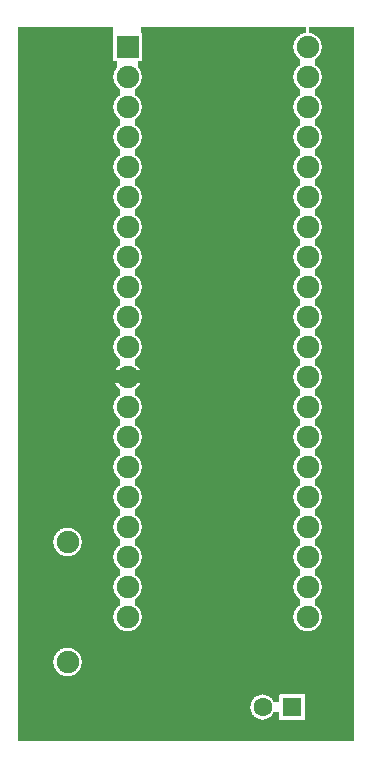
<source format=gbl>
G04 MADE WITH FRITZING*
G04 WWW.FRITZING.ORG*
G04 DOUBLE SIDED*
G04 HOLES PLATED*
G04 CONTOUR ON CENTER OF CONTOUR VECTOR*
%ASAXBY*%
%FSLAX23Y23*%
%MOIN*%
%OFA0B0*%
%SFA1.0B1.0*%
%ADD10C,0.075000*%
%ADD11C,0.062992*%
%ADD12R,0.075000X0.075000*%
%ADD13R,0.062992X0.062992*%
%LNCOPPER0*%
G90*
G70*
G54D10*
X114Y2339D03*
X404Y2355D03*
X1004Y2355D03*
X404Y2255D03*
X1004Y2255D03*
X404Y2155D03*
X1004Y2155D03*
X404Y2055D03*
X1004Y2055D03*
X404Y1955D03*
X1004Y1955D03*
X404Y1855D03*
X1004Y1855D03*
X404Y1755D03*
X1004Y1755D03*
X404Y1655D03*
X1004Y1655D03*
X404Y1555D03*
X1004Y1555D03*
X404Y1455D03*
X1004Y1455D03*
X404Y1355D03*
X1004Y1355D03*
X404Y1255D03*
X1004Y1255D03*
X404Y1155D03*
X1004Y1155D03*
X404Y1055D03*
X1004Y1055D03*
X404Y955D03*
X1004Y955D03*
X404Y855D03*
X1004Y855D03*
X404Y755D03*
X1004Y755D03*
X404Y655D03*
X1004Y655D03*
X404Y555D03*
X1004Y555D03*
X404Y455D03*
X1004Y455D03*
X204Y705D03*
X204Y305D03*
G54D11*
X952Y155D03*
X854Y155D03*
G54D12*
X404Y2355D03*
G54D13*
X952Y155D03*
G36*
X40Y2422D02*
X40Y754D01*
X208Y754D01*
X208Y752D01*
X218Y752D01*
X218Y750D01*
X224Y750D01*
X224Y748D01*
X226Y748D01*
X226Y746D01*
X230Y746D01*
X230Y744D01*
X232Y744D01*
X232Y742D01*
X236Y742D01*
X236Y740D01*
X238Y740D01*
X238Y738D01*
X240Y738D01*
X240Y736D01*
X242Y736D01*
X242Y732D01*
X244Y732D01*
X244Y730D01*
X246Y730D01*
X246Y726D01*
X248Y726D01*
X248Y720D01*
X250Y720D01*
X250Y712D01*
X252Y712D01*
X252Y700D01*
X250Y700D01*
X250Y692D01*
X248Y692D01*
X248Y686D01*
X246Y686D01*
X246Y682D01*
X244Y682D01*
X244Y680D01*
X242Y680D01*
X242Y676D01*
X240Y676D01*
X240Y674D01*
X238Y674D01*
X238Y672D01*
X236Y672D01*
X236Y670D01*
X234Y670D01*
X234Y668D01*
X232Y668D01*
X232Y666D01*
X228Y666D01*
X228Y664D01*
X224Y664D01*
X224Y662D01*
X220Y662D01*
X220Y660D01*
X212Y660D01*
X212Y658D01*
X356Y658D01*
X356Y662D01*
X358Y662D01*
X358Y670D01*
X360Y670D01*
X360Y676D01*
X362Y676D01*
X362Y680D01*
X364Y680D01*
X364Y682D01*
X366Y682D01*
X366Y686D01*
X368Y686D01*
X368Y688D01*
X370Y688D01*
X370Y690D01*
X372Y690D01*
X372Y692D01*
X374Y692D01*
X374Y694D01*
X378Y694D01*
X378Y696D01*
X380Y696D01*
X380Y716D01*
X376Y716D01*
X376Y718D01*
X374Y718D01*
X374Y720D01*
X372Y720D01*
X372Y722D01*
X370Y722D01*
X370Y724D01*
X368Y724D01*
X368Y726D01*
X366Y726D01*
X366Y728D01*
X364Y728D01*
X364Y732D01*
X362Y732D01*
X362Y736D01*
X360Y736D01*
X360Y742D01*
X358Y742D01*
X358Y750D01*
X356Y750D01*
X356Y762D01*
X358Y762D01*
X358Y770D01*
X360Y770D01*
X360Y776D01*
X362Y776D01*
X362Y780D01*
X364Y780D01*
X364Y782D01*
X366Y782D01*
X366Y786D01*
X368Y786D01*
X368Y788D01*
X370Y788D01*
X370Y790D01*
X372Y790D01*
X372Y792D01*
X374Y792D01*
X374Y794D01*
X378Y794D01*
X378Y796D01*
X380Y796D01*
X380Y816D01*
X376Y816D01*
X376Y818D01*
X374Y818D01*
X374Y820D01*
X372Y820D01*
X372Y822D01*
X370Y822D01*
X370Y824D01*
X368Y824D01*
X368Y826D01*
X366Y826D01*
X366Y828D01*
X364Y828D01*
X364Y832D01*
X362Y832D01*
X362Y836D01*
X360Y836D01*
X360Y842D01*
X358Y842D01*
X358Y850D01*
X356Y850D01*
X356Y862D01*
X358Y862D01*
X358Y870D01*
X360Y870D01*
X360Y876D01*
X362Y876D01*
X362Y880D01*
X364Y880D01*
X364Y882D01*
X366Y882D01*
X366Y886D01*
X368Y886D01*
X368Y888D01*
X370Y888D01*
X370Y890D01*
X372Y890D01*
X372Y892D01*
X374Y892D01*
X374Y894D01*
X378Y894D01*
X378Y896D01*
X380Y896D01*
X380Y916D01*
X376Y916D01*
X376Y918D01*
X374Y918D01*
X374Y920D01*
X372Y920D01*
X372Y922D01*
X370Y922D01*
X370Y924D01*
X368Y924D01*
X368Y926D01*
X366Y926D01*
X366Y928D01*
X364Y928D01*
X364Y932D01*
X362Y932D01*
X362Y936D01*
X360Y936D01*
X360Y942D01*
X358Y942D01*
X358Y950D01*
X356Y950D01*
X356Y962D01*
X358Y962D01*
X358Y970D01*
X360Y970D01*
X360Y976D01*
X362Y976D01*
X362Y980D01*
X364Y980D01*
X364Y982D01*
X366Y982D01*
X366Y986D01*
X368Y986D01*
X368Y988D01*
X370Y988D01*
X370Y990D01*
X372Y990D01*
X372Y992D01*
X374Y992D01*
X374Y994D01*
X378Y994D01*
X378Y996D01*
X380Y996D01*
X380Y1016D01*
X376Y1016D01*
X376Y1018D01*
X374Y1018D01*
X374Y1020D01*
X372Y1020D01*
X372Y1022D01*
X370Y1022D01*
X370Y1024D01*
X368Y1024D01*
X368Y1026D01*
X366Y1026D01*
X366Y1028D01*
X364Y1028D01*
X364Y1032D01*
X362Y1032D01*
X362Y1036D01*
X360Y1036D01*
X360Y1042D01*
X358Y1042D01*
X358Y1050D01*
X356Y1050D01*
X356Y1062D01*
X358Y1062D01*
X358Y1070D01*
X360Y1070D01*
X360Y1076D01*
X362Y1076D01*
X362Y1080D01*
X364Y1080D01*
X364Y1082D01*
X366Y1082D01*
X366Y1086D01*
X368Y1086D01*
X368Y1088D01*
X370Y1088D01*
X370Y1090D01*
X372Y1090D01*
X372Y1092D01*
X374Y1092D01*
X374Y1094D01*
X378Y1094D01*
X378Y1096D01*
X380Y1096D01*
X380Y1116D01*
X376Y1116D01*
X376Y1118D01*
X374Y1118D01*
X374Y1120D01*
X372Y1120D01*
X372Y1122D01*
X370Y1122D01*
X370Y1124D01*
X368Y1124D01*
X368Y1126D01*
X366Y1126D01*
X366Y1128D01*
X364Y1128D01*
X364Y1132D01*
X362Y1132D01*
X362Y1136D01*
X360Y1136D01*
X360Y1142D01*
X358Y1142D01*
X358Y1150D01*
X356Y1150D01*
X356Y1162D01*
X358Y1162D01*
X358Y1170D01*
X360Y1170D01*
X360Y1176D01*
X362Y1176D01*
X362Y1180D01*
X364Y1180D01*
X364Y1182D01*
X366Y1182D01*
X366Y1186D01*
X368Y1186D01*
X368Y1188D01*
X370Y1188D01*
X370Y1190D01*
X372Y1190D01*
X372Y1192D01*
X374Y1192D01*
X374Y1194D01*
X378Y1194D01*
X378Y1196D01*
X380Y1196D01*
X380Y1216D01*
X376Y1216D01*
X376Y1218D01*
X374Y1218D01*
X374Y1220D01*
X372Y1220D01*
X372Y1222D01*
X370Y1222D01*
X370Y1224D01*
X368Y1224D01*
X368Y1226D01*
X366Y1226D01*
X366Y1228D01*
X364Y1228D01*
X364Y1232D01*
X362Y1232D01*
X362Y1236D01*
X360Y1236D01*
X360Y1242D01*
X358Y1242D01*
X358Y1250D01*
X356Y1250D01*
X356Y1262D01*
X358Y1262D01*
X358Y1270D01*
X360Y1270D01*
X360Y1276D01*
X362Y1276D01*
X362Y1280D01*
X364Y1280D01*
X364Y1282D01*
X366Y1282D01*
X366Y1286D01*
X368Y1286D01*
X368Y1288D01*
X370Y1288D01*
X370Y1290D01*
X372Y1290D01*
X372Y1292D01*
X374Y1292D01*
X374Y1294D01*
X378Y1294D01*
X378Y1296D01*
X380Y1296D01*
X380Y1316D01*
X376Y1316D01*
X376Y1318D01*
X374Y1318D01*
X374Y1320D01*
X372Y1320D01*
X372Y1322D01*
X370Y1322D01*
X370Y1324D01*
X368Y1324D01*
X368Y1326D01*
X366Y1326D01*
X366Y1328D01*
X364Y1328D01*
X364Y1332D01*
X362Y1332D01*
X362Y1336D01*
X360Y1336D01*
X360Y1342D01*
X358Y1342D01*
X358Y1350D01*
X356Y1350D01*
X356Y1362D01*
X358Y1362D01*
X358Y1370D01*
X360Y1370D01*
X360Y1376D01*
X362Y1376D01*
X362Y1380D01*
X364Y1380D01*
X364Y1382D01*
X366Y1382D01*
X366Y1386D01*
X368Y1386D01*
X368Y1388D01*
X370Y1388D01*
X370Y1390D01*
X372Y1390D01*
X372Y1392D01*
X374Y1392D01*
X374Y1394D01*
X378Y1394D01*
X378Y1396D01*
X380Y1396D01*
X380Y1416D01*
X376Y1416D01*
X376Y1418D01*
X374Y1418D01*
X374Y1420D01*
X372Y1420D01*
X372Y1422D01*
X370Y1422D01*
X370Y1424D01*
X368Y1424D01*
X368Y1426D01*
X366Y1426D01*
X366Y1428D01*
X364Y1428D01*
X364Y1432D01*
X362Y1432D01*
X362Y1436D01*
X360Y1436D01*
X360Y1442D01*
X358Y1442D01*
X358Y1450D01*
X356Y1450D01*
X356Y1462D01*
X358Y1462D01*
X358Y1470D01*
X360Y1470D01*
X360Y1476D01*
X362Y1476D01*
X362Y1480D01*
X364Y1480D01*
X364Y1482D01*
X366Y1482D01*
X366Y1486D01*
X368Y1486D01*
X368Y1488D01*
X370Y1488D01*
X370Y1490D01*
X372Y1490D01*
X372Y1492D01*
X374Y1492D01*
X374Y1494D01*
X378Y1494D01*
X378Y1496D01*
X380Y1496D01*
X380Y1516D01*
X376Y1516D01*
X376Y1518D01*
X374Y1518D01*
X374Y1520D01*
X372Y1520D01*
X372Y1522D01*
X370Y1522D01*
X370Y1524D01*
X368Y1524D01*
X368Y1526D01*
X366Y1526D01*
X366Y1528D01*
X364Y1528D01*
X364Y1532D01*
X362Y1532D01*
X362Y1536D01*
X360Y1536D01*
X360Y1542D01*
X358Y1542D01*
X358Y1550D01*
X356Y1550D01*
X356Y1562D01*
X358Y1562D01*
X358Y1570D01*
X360Y1570D01*
X360Y1576D01*
X362Y1576D01*
X362Y1580D01*
X364Y1580D01*
X364Y1582D01*
X366Y1582D01*
X366Y1586D01*
X368Y1586D01*
X368Y1588D01*
X370Y1588D01*
X370Y1590D01*
X372Y1590D01*
X372Y1592D01*
X374Y1592D01*
X374Y1594D01*
X378Y1594D01*
X378Y1596D01*
X380Y1596D01*
X380Y1616D01*
X376Y1616D01*
X376Y1618D01*
X374Y1618D01*
X374Y1620D01*
X372Y1620D01*
X372Y1622D01*
X370Y1622D01*
X370Y1624D01*
X368Y1624D01*
X368Y1626D01*
X366Y1626D01*
X366Y1628D01*
X364Y1628D01*
X364Y1632D01*
X362Y1632D01*
X362Y1636D01*
X360Y1636D01*
X360Y1642D01*
X358Y1642D01*
X358Y1650D01*
X356Y1650D01*
X356Y1662D01*
X358Y1662D01*
X358Y1670D01*
X360Y1670D01*
X360Y1676D01*
X362Y1676D01*
X362Y1680D01*
X364Y1680D01*
X364Y1682D01*
X366Y1682D01*
X366Y1686D01*
X368Y1686D01*
X368Y1688D01*
X370Y1688D01*
X370Y1690D01*
X372Y1690D01*
X372Y1692D01*
X374Y1692D01*
X374Y1694D01*
X378Y1694D01*
X378Y1696D01*
X380Y1696D01*
X380Y1716D01*
X376Y1716D01*
X376Y1718D01*
X374Y1718D01*
X374Y1720D01*
X372Y1720D01*
X372Y1722D01*
X370Y1722D01*
X370Y1724D01*
X368Y1724D01*
X368Y1726D01*
X366Y1726D01*
X366Y1728D01*
X364Y1728D01*
X364Y1732D01*
X362Y1732D01*
X362Y1736D01*
X360Y1736D01*
X360Y1742D01*
X358Y1742D01*
X358Y1750D01*
X356Y1750D01*
X356Y1762D01*
X358Y1762D01*
X358Y1770D01*
X360Y1770D01*
X360Y1776D01*
X362Y1776D01*
X362Y1780D01*
X364Y1780D01*
X364Y1782D01*
X366Y1782D01*
X366Y1786D01*
X368Y1786D01*
X368Y1788D01*
X370Y1788D01*
X370Y1790D01*
X372Y1790D01*
X372Y1792D01*
X374Y1792D01*
X374Y1794D01*
X378Y1794D01*
X378Y1796D01*
X380Y1796D01*
X380Y1816D01*
X376Y1816D01*
X376Y1818D01*
X374Y1818D01*
X374Y1820D01*
X372Y1820D01*
X372Y1822D01*
X370Y1822D01*
X370Y1824D01*
X368Y1824D01*
X368Y1826D01*
X366Y1826D01*
X366Y1828D01*
X364Y1828D01*
X364Y1832D01*
X362Y1832D01*
X362Y1836D01*
X360Y1836D01*
X360Y1842D01*
X358Y1842D01*
X358Y1850D01*
X356Y1850D01*
X356Y1862D01*
X358Y1862D01*
X358Y1870D01*
X360Y1870D01*
X360Y1876D01*
X362Y1876D01*
X362Y1880D01*
X364Y1880D01*
X364Y1882D01*
X366Y1882D01*
X366Y1886D01*
X368Y1886D01*
X368Y1888D01*
X370Y1888D01*
X370Y1890D01*
X372Y1890D01*
X372Y1892D01*
X374Y1892D01*
X374Y1894D01*
X378Y1894D01*
X378Y1896D01*
X380Y1896D01*
X380Y1916D01*
X376Y1916D01*
X376Y1918D01*
X374Y1918D01*
X374Y1920D01*
X372Y1920D01*
X372Y1922D01*
X370Y1922D01*
X370Y1924D01*
X368Y1924D01*
X368Y1926D01*
X366Y1926D01*
X366Y1928D01*
X364Y1928D01*
X364Y1932D01*
X362Y1932D01*
X362Y1936D01*
X360Y1936D01*
X360Y1942D01*
X358Y1942D01*
X358Y1950D01*
X356Y1950D01*
X356Y1962D01*
X358Y1962D01*
X358Y1970D01*
X360Y1970D01*
X360Y1976D01*
X362Y1976D01*
X362Y1980D01*
X364Y1980D01*
X364Y1982D01*
X366Y1982D01*
X366Y1986D01*
X368Y1986D01*
X368Y1988D01*
X370Y1988D01*
X370Y1990D01*
X372Y1990D01*
X372Y1992D01*
X374Y1992D01*
X374Y1994D01*
X378Y1994D01*
X378Y1996D01*
X380Y1996D01*
X380Y2016D01*
X376Y2016D01*
X376Y2018D01*
X374Y2018D01*
X374Y2020D01*
X372Y2020D01*
X372Y2022D01*
X370Y2022D01*
X370Y2024D01*
X368Y2024D01*
X368Y2026D01*
X366Y2026D01*
X366Y2028D01*
X364Y2028D01*
X364Y2032D01*
X362Y2032D01*
X362Y2036D01*
X360Y2036D01*
X360Y2042D01*
X358Y2042D01*
X358Y2050D01*
X356Y2050D01*
X356Y2062D01*
X358Y2062D01*
X358Y2070D01*
X360Y2070D01*
X360Y2076D01*
X362Y2076D01*
X362Y2080D01*
X364Y2080D01*
X364Y2082D01*
X366Y2082D01*
X366Y2086D01*
X368Y2086D01*
X368Y2088D01*
X370Y2088D01*
X370Y2090D01*
X372Y2090D01*
X372Y2092D01*
X374Y2092D01*
X374Y2094D01*
X378Y2094D01*
X378Y2096D01*
X380Y2096D01*
X380Y2116D01*
X376Y2116D01*
X376Y2118D01*
X374Y2118D01*
X374Y2120D01*
X372Y2120D01*
X372Y2122D01*
X370Y2122D01*
X370Y2124D01*
X368Y2124D01*
X368Y2126D01*
X366Y2126D01*
X366Y2128D01*
X364Y2128D01*
X364Y2132D01*
X362Y2132D01*
X362Y2136D01*
X360Y2136D01*
X360Y2142D01*
X358Y2142D01*
X358Y2150D01*
X356Y2150D01*
X356Y2162D01*
X358Y2162D01*
X358Y2170D01*
X360Y2170D01*
X360Y2176D01*
X362Y2176D01*
X362Y2180D01*
X364Y2180D01*
X364Y2182D01*
X366Y2182D01*
X366Y2186D01*
X368Y2186D01*
X368Y2188D01*
X370Y2188D01*
X370Y2190D01*
X372Y2190D01*
X372Y2192D01*
X374Y2192D01*
X374Y2194D01*
X378Y2194D01*
X378Y2196D01*
X380Y2196D01*
X380Y2216D01*
X376Y2216D01*
X376Y2218D01*
X374Y2218D01*
X374Y2220D01*
X372Y2220D01*
X372Y2222D01*
X370Y2222D01*
X370Y2224D01*
X368Y2224D01*
X368Y2226D01*
X366Y2226D01*
X366Y2228D01*
X364Y2228D01*
X364Y2232D01*
X362Y2232D01*
X362Y2236D01*
X360Y2236D01*
X360Y2242D01*
X358Y2242D01*
X358Y2250D01*
X356Y2250D01*
X356Y2262D01*
X358Y2262D01*
X358Y2270D01*
X360Y2270D01*
X360Y2276D01*
X362Y2276D01*
X362Y2280D01*
X364Y2280D01*
X364Y2282D01*
X366Y2282D01*
X366Y2286D01*
X368Y2286D01*
X368Y2288D01*
X370Y2288D01*
X370Y2308D01*
X356Y2308D01*
X356Y2422D01*
X40Y2422D01*
G37*
D02*
G36*
X450Y2422D02*
X450Y2402D01*
X452Y2402D01*
X452Y2308D01*
X438Y2308D01*
X438Y2288D01*
X440Y2288D01*
X440Y2286D01*
X442Y2286D01*
X442Y2282D01*
X444Y2282D01*
X444Y2280D01*
X446Y2280D01*
X446Y2276D01*
X448Y2276D01*
X448Y2270D01*
X450Y2270D01*
X450Y2262D01*
X452Y2262D01*
X452Y2250D01*
X450Y2250D01*
X450Y2242D01*
X448Y2242D01*
X448Y2236D01*
X446Y2236D01*
X446Y2232D01*
X444Y2232D01*
X444Y2230D01*
X442Y2230D01*
X442Y2226D01*
X440Y2226D01*
X440Y2224D01*
X438Y2224D01*
X438Y2222D01*
X436Y2222D01*
X436Y2220D01*
X434Y2220D01*
X434Y2218D01*
X432Y2218D01*
X432Y2216D01*
X428Y2216D01*
X428Y2196D01*
X430Y2196D01*
X430Y2194D01*
X432Y2194D01*
X432Y2192D01*
X436Y2192D01*
X436Y2190D01*
X438Y2190D01*
X438Y2188D01*
X440Y2188D01*
X440Y2186D01*
X442Y2186D01*
X442Y2182D01*
X444Y2182D01*
X444Y2180D01*
X446Y2180D01*
X446Y2176D01*
X448Y2176D01*
X448Y2170D01*
X450Y2170D01*
X450Y2162D01*
X452Y2162D01*
X452Y2150D01*
X450Y2150D01*
X450Y2142D01*
X448Y2142D01*
X448Y2136D01*
X446Y2136D01*
X446Y2132D01*
X444Y2132D01*
X444Y2130D01*
X442Y2130D01*
X442Y2126D01*
X440Y2126D01*
X440Y2124D01*
X438Y2124D01*
X438Y2122D01*
X436Y2122D01*
X436Y2120D01*
X434Y2120D01*
X434Y2118D01*
X432Y2118D01*
X432Y2116D01*
X428Y2116D01*
X428Y2096D01*
X430Y2096D01*
X430Y2094D01*
X432Y2094D01*
X432Y2092D01*
X436Y2092D01*
X436Y2090D01*
X438Y2090D01*
X438Y2088D01*
X440Y2088D01*
X440Y2086D01*
X442Y2086D01*
X442Y2082D01*
X444Y2082D01*
X444Y2080D01*
X446Y2080D01*
X446Y2076D01*
X448Y2076D01*
X448Y2070D01*
X450Y2070D01*
X450Y2062D01*
X452Y2062D01*
X452Y2050D01*
X450Y2050D01*
X450Y2042D01*
X448Y2042D01*
X448Y2036D01*
X446Y2036D01*
X446Y2032D01*
X444Y2032D01*
X444Y2030D01*
X442Y2030D01*
X442Y2026D01*
X440Y2026D01*
X440Y2024D01*
X438Y2024D01*
X438Y2022D01*
X436Y2022D01*
X436Y2020D01*
X434Y2020D01*
X434Y2018D01*
X432Y2018D01*
X432Y2016D01*
X428Y2016D01*
X428Y1996D01*
X430Y1996D01*
X430Y1994D01*
X432Y1994D01*
X432Y1992D01*
X436Y1992D01*
X436Y1990D01*
X438Y1990D01*
X438Y1988D01*
X440Y1988D01*
X440Y1986D01*
X442Y1986D01*
X442Y1982D01*
X444Y1982D01*
X444Y1980D01*
X446Y1980D01*
X446Y1976D01*
X448Y1976D01*
X448Y1970D01*
X450Y1970D01*
X450Y1962D01*
X452Y1962D01*
X452Y1950D01*
X450Y1950D01*
X450Y1942D01*
X448Y1942D01*
X448Y1936D01*
X446Y1936D01*
X446Y1932D01*
X444Y1932D01*
X444Y1930D01*
X442Y1930D01*
X442Y1926D01*
X440Y1926D01*
X440Y1924D01*
X438Y1924D01*
X438Y1922D01*
X436Y1922D01*
X436Y1920D01*
X434Y1920D01*
X434Y1918D01*
X432Y1918D01*
X432Y1916D01*
X428Y1916D01*
X428Y1896D01*
X430Y1896D01*
X430Y1894D01*
X432Y1894D01*
X432Y1892D01*
X436Y1892D01*
X436Y1890D01*
X438Y1890D01*
X438Y1888D01*
X440Y1888D01*
X440Y1886D01*
X442Y1886D01*
X442Y1882D01*
X444Y1882D01*
X444Y1880D01*
X446Y1880D01*
X446Y1876D01*
X448Y1876D01*
X448Y1870D01*
X450Y1870D01*
X450Y1862D01*
X452Y1862D01*
X452Y1850D01*
X450Y1850D01*
X450Y1842D01*
X448Y1842D01*
X448Y1836D01*
X446Y1836D01*
X446Y1832D01*
X444Y1832D01*
X444Y1830D01*
X442Y1830D01*
X442Y1826D01*
X440Y1826D01*
X440Y1824D01*
X438Y1824D01*
X438Y1822D01*
X436Y1822D01*
X436Y1820D01*
X434Y1820D01*
X434Y1818D01*
X432Y1818D01*
X432Y1816D01*
X428Y1816D01*
X428Y1796D01*
X430Y1796D01*
X430Y1794D01*
X432Y1794D01*
X432Y1792D01*
X436Y1792D01*
X436Y1790D01*
X438Y1790D01*
X438Y1788D01*
X440Y1788D01*
X440Y1786D01*
X442Y1786D01*
X442Y1782D01*
X444Y1782D01*
X444Y1780D01*
X446Y1780D01*
X446Y1776D01*
X448Y1776D01*
X448Y1770D01*
X450Y1770D01*
X450Y1762D01*
X452Y1762D01*
X452Y1750D01*
X450Y1750D01*
X450Y1742D01*
X448Y1742D01*
X448Y1736D01*
X446Y1736D01*
X446Y1732D01*
X444Y1732D01*
X444Y1730D01*
X442Y1730D01*
X442Y1726D01*
X440Y1726D01*
X440Y1724D01*
X438Y1724D01*
X438Y1722D01*
X436Y1722D01*
X436Y1720D01*
X434Y1720D01*
X434Y1718D01*
X432Y1718D01*
X432Y1716D01*
X428Y1716D01*
X428Y1696D01*
X430Y1696D01*
X430Y1694D01*
X432Y1694D01*
X432Y1692D01*
X436Y1692D01*
X436Y1690D01*
X438Y1690D01*
X438Y1688D01*
X440Y1688D01*
X440Y1686D01*
X442Y1686D01*
X442Y1682D01*
X444Y1682D01*
X444Y1680D01*
X446Y1680D01*
X446Y1676D01*
X448Y1676D01*
X448Y1670D01*
X450Y1670D01*
X450Y1662D01*
X452Y1662D01*
X452Y1650D01*
X450Y1650D01*
X450Y1642D01*
X448Y1642D01*
X448Y1636D01*
X446Y1636D01*
X446Y1632D01*
X444Y1632D01*
X444Y1630D01*
X442Y1630D01*
X442Y1626D01*
X440Y1626D01*
X440Y1624D01*
X438Y1624D01*
X438Y1622D01*
X436Y1622D01*
X436Y1620D01*
X434Y1620D01*
X434Y1618D01*
X432Y1618D01*
X432Y1616D01*
X428Y1616D01*
X428Y1596D01*
X430Y1596D01*
X430Y1594D01*
X432Y1594D01*
X432Y1592D01*
X436Y1592D01*
X436Y1590D01*
X438Y1590D01*
X438Y1588D01*
X440Y1588D01*
X440Y1586D01*
X442Y1586D01*
X442Y1582D01*
X444Y1582D01*
X444Y1580D01*
X446Y1580D01*
X446Y1576D01*
X448Y1576D01*
X448Y1570D01*
X450Y1570D01*
X450Y1562D01*
X452Y1562D01*
X452Y1550D01*
X450Y1550D01*
X450Y1542D01*
X448Y1542D01*
X448Y1536D01*
X446Y1536D01*
X446Y1532D01*
X444Y1532D01*
X444Y1530D01*
X442Y1530D01*
X442Y1526D01*
X440Y1526D01*
X440Y1524D01*
X438Y1524D01*
X438Y1522D01*
X436Y1522D01*
X436Y1520D01*
X434Y1520D01*
X434Y1518D01*
X432Y1518D01*
X432Y1516D01*
X428Y1516D01*
X428Y1496D01*
X430Y1496D01*
X430Y1494D01*
X432Y1494D01*
X432Y1492D01*
X436Y1492D01*
X436Y1490D01*
X438Y1490D01*
X438Y1488D01*
X440Y1488D01*
X440Y1486D01*
X442Y1486D01*
X442Y1482D01*
X444Y1482D01*
X444Y1480D01*
X446Y1480D01*
X446Y1476D01*
X448Y1476D01*
X448Y1470D01*
X450Y1470D01*
X450Y1462D01*
X452Y1462D01*
X452Y1450D01*
X450Y1450D01*
X450Y1442D01*
X448Y1442D01*
X448Y1436D01*
X446Y1436D01*
X446Y1432D01*
X444Y1432D01*
X444Y1430D01*
X442Y1430D01*
X442Y1426D01*
X440Y1426D01*
X440Y1424D01*
X438Y1424D01*
X438Y1422D01*
X436Y1422D01*
X436Y1420D01*
X434Y1420D01*
X434Y1418D01*
X432Y1418D01*
X432Y1416D01*
X428Y1416D01*
X428Y1396D01*
X430Y1396D01*
X430Y1394D01*
X432Y1394D01*
X432Y1392D01*
X436Y1392D01*
X436Y1390D01*
X438Y1390D01*
X438Y1388D01*
X440Y1388D01*
X440Y1386D01*
X442Y1386D01*
X442Y1382D01*
X444Y1382D01*
X444Y1380D01*
X446Y1380D01*
X446Y1376D01*
X448Y1376D01*
X448Y1370D01*
X450Y1370D01*
X450Y1362D01*
X452Y1362D01*
X452Y1350D01*
X450Y1350D01*
X450Y1342D01*
X448Y1342D01*
X448Y1336D01*
X446Y1336D01*
X446Y1332D01*
X444Y1332D01*
X444Y1330D01*
X442Y1330D01*
X442Y1326D01*
X440Y1326D01*
X440Y1324D01*
X438Y1324D01*
X438Y1322D01*
X436Y1322D01*
X436Y1320D01*
X434Y1320D01*
X434Y1318D01*
X432Y1318D01*
X432Y1316D01*
X428Y1316D01*
X428Y1296D01*
X430Y1296D01*
X430Y1294D01*
X432Y1294D01*
X432Y1292D01*
X436Y1292D01*
X436Y1290D01*
X438Y1290D01*
X438Y1288D01*
X440Y1288D01*
X440Y1286D01*
X442Y1286D01*
X442Y1282D01*
X444Y1282D01*
X444Y1280D01*
X446Y1280D01*
X446Y1276D01*
X448Y1276D01*
X448Y1270D01*
X450Y1270D01*
X450Y1262D01*
X452Y1262D01*
X452Y1250D01*
X450Y1250D01*
X450Y1242D01*
X448Y1242D01*
X448Y1236D01*
X446Y1236D01*
X446Y1232D01*
X444Y1232D01*
X444Y1230D01*
X442Y1230D01*
X442Y1226D01*
X440Y1226D01*
X440Y1224D01*
X438Y1224D01*
X438Y1222D01*
X436Y1222D01*
X436Y1220D01*
X434Y1220D01*
X434Y1218D01*
X432Y1218D01*
X432Y1216D01*
X428Y1216D01*
X428Y1196D01*
X430Y1196D01*
X430Y1194D01*
X432Y1194D01*
X432Y1192D01*
X436Y1192D01*
X436Y1190D01*
X438Y1190D01*
X438Y1188D01*
X440Y1188D01*
X440Y1186D01*
X442Y1186D01*
X442Y1182D01*
X444Y1182D01*
X444Y1180D01*
X446Y1180D01*
X446Y1176D01*
X448Y1176D01*
X448Y1170D01*
X450Y1170D01*
X450Y1162D01*
X452Y1162D01*
X452Y1150D01*
X450Y1150D01*
X450Y1142D01*
X448Y1142D01*
X448Y1136D01*
X446Y1136D01*
X446Y1132D01*
X444Y1132D01*
X444Y1130D01*
X442Y1130D01*
X442Y1126D01*
X440Y1126D01*
X440Y1124D01*
X438Y1124D01*
X438Y1122D01*
X436Y1122D01*
X436Y1120D01*
X434Y1120D01*
X434Y1118D01*
X432Y1118D01*
X432Y1116D01*
X428Y1116D01*
X428Y1096D01*
X430Y1096D01*
X430Y1094D01*
X432Y1094D01*
X432Y1092D01*
X436Y1092D01*
X436Y1090D01*
X438Y1090D01*
X438Y1088D01*
X440Y1088D01*
X440Y1086D01*
X442Y1086D01*
X442Y1082D01*
X444Y1082D01*
X444Y1080D01*
X446Y1080D01*
X446Y1076D01*
X448Y1076D01*
X448Y1070D01*
X450Y1070D01*
X450Y1062D01*
X452Y1062D01*
X452Y1050D01*
X450Y1050D01*
X450Y1042D01*
X448Y1042D01*
X448Y1036D01*
X446Y1036D01*
X446Y1032D01*
X444Y1032D01*
X444Y1030D01*
X442Y1030D01*
X442Y1026D01*
X440Y1026D01*
X440Y1024D01*
X438Y1024D01*
X438Y1022D01*
X436Y1022D01*
X436Y1020D01*
X434Y1020D01*
X434Y1018D01*
X432Y1018D01*
X432Y1016D01*
X428Y1016D01*
X428Y996D01*
X430Y996D01*
X430Y994D01*
X432Y994D01*
X432Y992D01*
X436Y992D01*
X436Y990D01*
X438Y990D01*
X438Y988D01*
X440Y988D01*
X440Y986D01*
X442Y986D01*
X442Y982D01*
X444Y982D01*
X444Y980D01*
X446Y980D01*
X446Y976D01*
X448Y976D01*
X448Y970D01*
X450Y970D01*
X450Y962D01*
X452Y962D01*
X452Y950D01*
X450Y950D01*
X450Y942D01*
X448Y942D01*
X448Y936D01*
X446Y936D01*
X446Y932D01*
X444Y932D01*
X444Y930D01*
X442Y930D01*
X442Y926D01*
X440Y926D01*
X440Y924D01*
X438Y924D01*
X438Y922D01*
X436Y922D01*
X436Y920D01*
X434Y920D01*
X434Y918D01*
X432Y918D01*
X432Y916D01*
X428Y916D01*
X428Y896D01*
X430Y896D01*
X430Y894D01*
X432Y894D01*
X432Y892D01*
X436Y892D01*
X436Y890D01*
X438Y890D01*
X438Y888D01*
X440Y888D01*
X440Y886D01*
X442Y886D01*
X442Y882D01*
X444Y882D01*
X444Y880D01*
X446Y880D01*
X446Y876D01*
X448Y876D01*
X448Y870D01*
X450Y870D01*
X450Y862D01*
X452Y862D01*
X452Y850D01*
X450Y850D01*
X450Y842D01*
X448Y842D01*
X448Y836D01*
X446Y836D01*
X446Y832D01*
X444Y832D01*
X444Y830D01*
X442Y830D01*
X442Y826D01*
X440Y826D01*
X440Y824D01*
X438Y824D01*
X438Y822D01*
X436Y822D01*
X436Y820D01*
X434Y820D01*
X434Y818D01*
X432Y818D01*
X432Y816D01*
X428Y816D01*
X428Y796D01*
X430Y796D01*
X430Y794D01*
X432Y794D01*
X432Y792D01*
X436Y792D01*
X436Y790D01*
X438Y790D01*
X438Y788D01*
X440Y788D01*
X440Y786D01*
X442Y786D01*
X442Y782D01*
X444Y782D01*
X444Y780D01*
X446Y780D01*
X446Y776D01*
X448Y776D01*
X448Y770D01*
X450Y770D01*
X450Y762D01*
X452Y762D01*
X452Y750D01*
X450Y750D01*
X450Y742D01*
X448Y742D01*
X448Y736D01*
X446Y736D01*
X446Y732D01*
X444Y732D01*
X444Y730D01*
X442Y730D01*
X442Y726D01*
X440Y726D01*
X440Y724D01*
X438Y724D01*
X438Y722D01*
X436Y722D01*
X436Y720D01*
X434Y720D01*
X434Y718D01*
X432Y718D01*
X432Y716D01*
X428Y716D01*
X428Y696D01*
X430Y696D01*
X430Y694D01*
X432Y694D01*
X432Y692D01*
X436Y692D01*
X436Y690D01*
X438Y690D01*
X438Y688D01*
X440Y688D01*
X440Y686D01*
X442Y686D01*
X442Y682D01*
X444Y682D01*
X444Y680D01*
X446Y680D01*
X446Y676D01*
X448Y676D01*
X448Y670D01*
X450Y670D01*
X450Y662D01*
X452Y662D01*
X452Y650D01*
X450Y650D01*
X450Y642D01*
X448Y642D01*
X448Y636D01*
X446Y636D01*
X446Y632D01*
X444Y632D01*
X444Y630D01*
X442Y630D01*
X442Y626D01*
X440Y626D01*
X440Y624D01*
X438Y624D01*
X438Y622D01*
X436Y622D01*
X436Y620D01*
X434Y620D01*
X434Y618D01*
X432Y618D01*
X432Y616D01*
X428Y616D01*
X428Y596D01*
X430Y596D01*
X430Y594D01*
X432Y594D01*
X432Y592D01*
X436Y592D01*
X436Y590D01*
X438Y590D01*
X438Y588D01*
X440Y588D01*
X440Y586D01*
X442Y586D01*
X442Y582D01*
X444Y582D01*
X444Y580D01*
X446Y580D01*
X446Y576D01*
X448Y576D01*
X448Y570D01*
X450Y570D01*
X450Y562D01*
X452Y562D01*
X452Y550D01*
X450Y550D01*
X450Y542D01*
X448Y542D01*
X448Y536D01*
X446Y536D01*
X446Y532D01*
X444Y532D01*
X444Y530D01*
X442Y530D01*
X442Y526D01*
X440Y526D01*
X440Y524D01*
X438Y524D01*
X438Y522D01*
X436Y522D01*
X436Y520D01*
X434Y520D01*
X434Y518D01*
X432Y518D01*
X432Y516D01*
X428Y516D01*
X428Y496D01*
X430Y496D01*
X430Y494D01*
X432Y494D01*
X432Y492D01*
X436Y492D01*
X436Y490D01*
X438Y490D01*
X438Y488D01*
X440Y488D01*
X440Y486D01*
X442Y486D01*
X442Y482D01*
X444Y482D01*
X444Y480D01*
X446Y480D01*
X446Y476D01*
X448Y476D01*
X448Y470D01*
X450Y470D01*
X450Y462D01*
X452Y462D01*
X452Y450D01*
X450Y450D01*
X450Y442D01*
X448Y442D01*
X448Y436D01*
X446Y436D01*
X446Y432D01*
X444Y432D01*
X444Y430D01*
X442Y430D01*
X442Y426D01*
X440Y426D01*
X440Y424D01*
X438Y424D01*
X438Y422D01*
X436Y422D01*
X436Y420D01*
X434Y420D01*
X434Y418D01*
X432Y418D01*
X432Y416D01*
X428Y416D01*
X428Y414D01*
X424Y414D01*
X424Y412D01*
X420Y412D01*
X420Y410D01*
X412Y410D01*
X412Y408D01*
X996Y408D01*
X996Y410D01*
X988Y410D01*
X988Y412D01*
X984Y412D01*
X984Y414D01*
X980Y414D01*
X980Y416D01*
X976Y416D01*
X976Y418D01*
X974Y418D01*
X974Y420D01*
X972Y420D01*
X972Y422D01*
X970Y422D01*
X970Y424D01*
X968Y424D01*
X968Y426D01*
X966Y426D01*
X966Y428D01*
X964Y428D01*
X964Y432D01*
X962Y432D01*
X962Y436D01*
X960Y436D01*
X960Y442D01*
X958Y442D01*
X958Y450D01*
X956Y450D01*
X956Y462D01*
X958Y462D01*
X958Y470D01*
X960Y470D01*
X960Y476D01*
X962Y476D01*
X962Y480D01*
X964Y480D01*
X964Y482D01*
X966Y482D01*
X966Y486D01*
X968Y486D01*
X968Y488D01*
X970Y488D01*
X970Y490D01*
X972Y490D01*
X972Y492D01*
X974Y492D01*
X974Y494D01*
X978Y494D01*
X978Y496D01*
X980Y496D01*
X980Y516D01*
X976Y516D01*
X976Y518D01*
X974Y518D01*
X974Y520D01*
X972Y520D01*
X972Y522D01*
X970Y522D01*
X970Y524D01*
X968Y524D01*
X968Y526D01*
X966Y526D01*
X966Y528D01*
X964Y528D01*
X964Y532D01*
X962Y532D01*
X962Y536D01*
X960Y536D01*
X960Y542D01*
X958Y542D01*
X958Y550D01*
X956Y550D01*
X956Y562D01*
X958Y562D01*
X958Y570D01*
X960Y570D01*
X960Y576D01*
X962Y576D01*
X962Y580D01*
X964Y580D01*
X964Y582D01*
X966Y582D01*
X966Y586D01*
X968Y586D01*
X968Y588D01*
X970Y588D01*
X970Y590D01*
X972Y590D01*
X972Y592D01*
X974Y592D01*
X974Y594D01*
X978Y594D01*
X978Y596D01*
X980Y596D01*
X980Y616D01*
X976Y616D01*
X976Y618D01*
X974Y618D01*
X974Y620D01*
X972Y620D01*
X972Y622D01*
X970Y622D01*
X970Y624D01*
X968Y624D01*
X968Y626D01*
X966Y626D01*
X966Y628D01*
X964Y628D01*
X964Y632D01*
X962Y632D01*
X962Y636D01*
X960Y636D01*
X960Y642D01*
X958Y642D01*
X958Y650D01*
X956Y650D01*
X956Y662D01*
X958Y662D01*
X958Y670D01*
X960Y670D01*
X960Y676D01*
X962Y676D01*
X962Y680D01*
X964Y680D01*
X964Y682D01*
X966Y682D01*
X966Y686D01*
X968Y686D01*
X968Y688D01*
X970Y688D01*
X970Y690D01*
X972Y690D01*
X972Y692D01*
X974Y692D01*
X974Y694D01*
X978Y694D01*
X978Y696D01*
X980Y696D01*
X980Y716D01*
X976Y716D01*
X976Y718D01*
X974Y718D01*
X974Y720D01*
X972Y720D01*
X972Y722D01*
X970Y722D01*
X970Y724D01*
X968Y724D01*
X968Y726D01*
X966Y726D01*
X966Y728D01*
X964Y728D01*
X964Y732D01*
X962Y732D01*
X962Y736D01*
X960Y736D01*
X960Y742D01*
X958Y742D01*
X958Y750D01*
X956Y750D01*
X956Y762D01*
X958Y762D01*
X958Y770D01*
X960Y770D01*
X960Y776D01*
X962Y776D01*
X962Y780D01*
X964Y780D01*
X964Y782D01*
X966Y782D01*
X966Y786D01*
X968Y786D01*
X968Y788D01*
X970Y788D01*
X970Y790D01*
X972Y790D01*
X972Y792D01*
X974Y792D01*
X974Y794D01*
X978Y794D01*
X978Y796D01*
X980Y796D01*
X980Y816D01*
X976Y816D01*
X976Y818D01*
X974Y818D01*
X974Y820D01*
X972Y820D01*
X972Y822D01*
X970Y822D01*
X970Y824D01*
X968Y824D01*
X968Y826D01*
X966Y826D01*
X966Y828D01*
X964Y828D01*
X964Y832D01*
X962Y832D01*
X962Y836D01*
X960Y836D01*
X960Y842D01*
X958Y842D01*
X958Y850D01*
X956Y850D01*
X956Y862D01*
X958Y862D01*
X958Y870D01*
X960Y870D01*
X960Y876D01*
X962Y876D01*
X962Y880D01*
X964Y880D01*
X964Y882D01*
X966Y882D01*
X966Y886D01*
X968Y886D01*
X968Y888D01*
X970Y888D01*
X970Y890D01*
X972Y890D01*
X972Y892D01*
X974Y892D01*
X974Y894D01*
X978Y894D01*
X978Y896D01*
X980Y896D01*
X980Y916D01*
X976Y916D01*
X976Y918D01*
X974Y918D01*
X974Y920D01*
X972Y920D01*
X972Y922D01*
X970Y922D01*
X970Y924D01*
X968Y924D01*
X968Y926D01*
X966Y926D01*
X966Y928D01*
X964Y928D01*
X964Y932D01*
X962Y932D01*
X962Y936D01*
X960Y936D01*
X960Y942D01*
X958Y942D01*
X958Y950D01*
X956Y950D01*
X956Y962D01*
X958Y962D01*
X958Y970D01*
X960Y970D01*
X960Y976D01*
X962Y976D01*
X962Y980D01*
X964Y980D01*
X964Y982D01*
X966Y982D01*
X966Y986D01*
X968Y986D01*
X968Y988D01*
X970Y988D01*
X970Y990D01*
X972Y990D01*
X972Y992D01*
X974Y992D01*
X974Y994D01*
X978Y994D01*
X978Y996D01*
X980Y996D01*
X980Y1016D01*
X976Y1016D01*
X976Y1018D01*
X974Y1018D01*
X974Y1020D01*
X972Y1020D01*
X972Y1022D01*
X970Y1022D01*
X970Y1024D01*
X968Y1024D01*
X968Y1026D01*
X966Y1026D01*
X966Y1028D01*
X964Y1028D01*
X964Y1032D01*
X962Y1032D01*
X962Y1036D01*
X960Y1036D01*
X960Y1042D01*
X958Y1042D01*
X958Y1050D01*
X956Y1050D01*
X956Y1062D01*
X958Y1062D01*
X958Y1070D01*
X960Y1070D01*
X960Y1076D01*
X962Y1076D01*
X962Y1080D01*
X964Y1080D01*
X964Y1082D01*
X966Y1082D01*
X966Y1086D01*
X968Y1086D01*
X968Y1088D01*
X970Y1088D01*
X970Y1090D01*
X972Y1090D01*
X972Y1092D01*
X974Y1092D01*
X974Y1094D01*
X978Y1094D01*
X978Y1096D01*
X980Y1096D01*
X980Y1116D01*
X976Y1116D01*
X976Y1118D01*
X974Y1118D01*
X974Y1120D01*
X972Y1120D01*
X972Y1122D01*
X970Y1122D01*
X970Y1124D01*
X968Y1124D01*
X968Y1126D01*
X966Y1126D01*
X966Y1128D01*
X964Y1128D01*
X964Y1132D01*
X962Y1132D01*
X962Y1136D01*
X960Y1136D01*
X960Y1142D01*
X958Y1142D01*
X958Y1150D01*
X956Y1150D01*
X956Y1162D01*
X958Y1162D01*
X958Y1170D01*
X960Y1170D01*
X960Y1176D01*
X962Y1176D01*
X962Y1180D01*
X964Y1180D01*
X964Y1182D01*
X966Y1182D01*
X966Y1186D01*
X968Y1186D01*
X968Y1188D01*
X970Y1188D01*
X970Y1190D01*
X972Y1190D01*
X972Y1192D01*
X974Y1192D01*
X974Y1194D01*
X978Y1194D01*
X978Y1196D01*
X980Y1196D01*
X980Y1216D01*
X976Y1216D01*
X976Y1218D01*
X974Y1218D01*
X974Y1220D01*
X972Y1220D01*
X972Y1222D01*
X970Y1222D01*
X970Y1224D01*
X968Y1224D01*
X968Y1226D01*
X966Y1226D01*
X966Y1228D01*
X964Y1228D01*
X964Y1232D01*
X962Y1232D01*
X962Y1236D01*
X960Y1236D01*
X960Y1242D01*
X958Y1242D01*
X958Y1250D01*
X956Y1250D01*
X956Y1262D01*
X958Y1262D01*
X958Y1270D01*
X960Y1270D01*
X960Y1276D01*
X962Y1276D01*
X962Y1280D01*
X964Y1280D01*
X964Y1282D01*
X966Y1282D01*
X966Y1286D01*
X968Y1286D01*
X968Y1288D01*
X970Y1288D01*
X970Y1290D01*
X972Y1290D01*
X972Y1292D01*
X974Y1292D01*
X974Y1294D01*
X978Y1294D01*
X978Y1296D01*
X980Y1296D01*
X980Y1316D01*
X976Y1316D01*
X976Y1318D01*
X974Y1318D01*
X974Y1320D01*
X972Y1320D01*
X972Y1322D01*
X970Y1322D01*
X970Y1324D01*
X968Y1324D01*
X968Y1326D01*
X966Y1326D01*
X966Y1328D01*
X964Y1328D01*
X964Y1332D01*
X962Y1332D01*
X962Y1336D01*
X960Y1336D01*
X960Y1342D01*
X958Y1342D01*
X958Y1350D01*
X956Y1350D01*
X956Y1362D01*
X958Y1362D01*
X958Y1370D01*
X960Y1370D01*
X960Y1376D01*
X962Y1376D01*
X962Y1380D01*
X964Y1380D01*
X964Y1382D01*
X966Y1382D01*
X966Y1386D01*
X968Y1386D01*
X968Y1388D01*
X970Y1388D01*
X970Y1390D01*
X972Y1390D01*
X972Y1392D01*
X974Y1392D01*
X974Y1394D01*
X978Y1394D01*
X978Y1396D01*
X980Y1396D01*
X980Y1416D01*
X976Y1416D01*
X976Y1418D01*
X974Y1418D01*
X974Y1420D01*
X972Y1420D01*
X972Y1422D01*
X970Y1422D01*
X970Y1424D01*
X968Y1424D01*
X968Y1426D01*
X966Y1426D01*
X966Y1428D01*
X964Y1428D01*
X964Y1432D01*
X962Y1432D01*
X962Y1436D01*
X960Y1436D01*
X960Y1442D01*
X958Y1442D01*
X958Y1450D01*
X956Y1450D01*
X956Y1462D01*
X958Y1462D01*
X958Y1470D01*
X960Y1470D01*
X960Y1476D01*
X962Y1476D01*
X962Y1480D01*
X964Y1480D01*
X964Y1482D01*
X966Y1482D01*
X966Y1486D01*
X968Y1486D01*
X968Y1488D01*
X970Y1488D01*
X970Y1490D01*
X972Y1490D01*
X972Y1492D01*
X974Y1492D01*
X974Y1494D01*
X978Y1494D01*
X978Y1496D01*
X980Y1496D01*
X980Y1516D01*
X976Y1516D01*
X976Y1518D01*
X974Y1518D01*
X974Y1520D01*
X972Y1520D01*
X972Y1522D01*
X970Y1522D01*
X970Y1524D01*
X968Y1524D01*
X968Y1526D01*
X966Y1526D01*
X966Y1528D01*
X964Y1528D01*
X964Y1532D01*
X962Y1532D01*
X962Y1536D01*
X960Y1536D01*
X960Y1542D01*
X958Y1542D01*
X958Y1550D01*
X956Y1550D01*
X956Y1562D01*
X958Y1562D01*
X958Y1570D01*
X960Y1570D01*
X960Y1576D01*
X962Y1576D01*
X962Y1580D01*
X964Y1580D01*
X964Y1582D01*
X966Y1582D01*
X966Y1586D01*
X968Y1586D01*
X968Y1588D01*
X970Y1588D01*
X970Y1590D01*
X972Y1590D01*
X972Y1592D01*
X974Y1592D01*
X974Y1594D01*
X978Y1594D01*
X978Y1596D01*
X980Y1596D01*
X980Y1616D01*
X976Y1616D01*
X976Y1618D01*
X974Y1618D01*
X974Y1620D01*
X972Y1620D01*
X972Y1622D01*
X970Y1622D01*
X970Y1624D01*
X968Y1624D01*
X968Y1626D01*
X966Y1626D01*
X966Y1628D01*
X964Y1628D01*
X964Y1632D01*
X962Y1632D01*
X962Y1636D01*
X960Y1636D01*
X960Y1642D01*
X958Y1642D01*
X958Y1650D01*
X956Y1650D01*
X956Y1662D01*
X958Y1662D01*
X958Y1670D01*
X960Y1670D01*
X960Y1676D01*
X962Y1676D01*
X962Y1680D01*
X964Y1680D01*
X964Y1682D01*
X966Y1682D01*
X966Y1686D01*
X968Y1686D01*
X968Y1688D01*
X970Y1688D01*
X970Y1690D01*
X972Y1690D01*
X972Y1692D01*
X974Y1692D01*
X974Y1694D01*
X978Y1694D01*
X978Y1696D01*
X980Y1696D01*
X980Y1716D01*
X976Y1716D01*
X976Y1718D01*
X974Y1718D01*
X974Y1720D01*
X972Y1720D01*
X972Y1722D01*
X970Y1722D01*
X970Y1724D01*
X968Y1724D01*
X968Y1726D01*
X966Y1726D01*
X966Y1728D01*
X964Y1728D01*
X964Y1732D01*
X962Y1732D01*
X962Y1736D01*
X960Y1736D01*
X960Y1742D01*
X958Y1742D01*
X958Y1750D01*
X956Y1750D01*
X956Y1762D01*
X958Y1762D01*
X958Y1770D01*
X960Y1770D01*
X960Y1776D01*
X962Y1776D01*
X962Y1780D01*
X964Y1780D01*
X964Y1782D01*
X966Y1782D01*
X966Y1786D01*
X968Y1786D01*
X968Y1788D01*
X970Y1788D01*
X970Y1790D01*
X972Y1790D01*
X972Y1792D01*
X974Y1792D01*
X974Y1794D01*
X978Y1794D01*
X978Y1796D01*
X980Y1796D01*
X980Y1816D01*
X976Y1816D01*
X976Y1818D01*
X974Y1818D01*
X974Y1820D01*
X972Y1820D01*
X972Y1822D01*
X970Y1822D01*
X970Y1824D01*
X968Y1824D01*
X968Y1826D01*
X966Y1826D01*
X966Y1828D01*
X964Y1828D01*
X964Y1832D01*
X962Y1832D01*
X962Y1836D01*
X960Y1836D01*
X960Y1842D01*
X958Y1842D01*
X958Y1850D01*
X956Y1850D01*
X956Y1862D01*
X958Y1862D01*
X958Y1870D01*
X960Y1870D01*
X960Y1876D01*
X962Y1876D01*
X962Y1880D01*
X964Y1880D01*
X964Y1882D01*
X966Y1882D01*
X966Y1886D01*
X968Y1886D01*
X968Y1888D01*
X970Y1888D01*
X970Y1890D01*
X972Y1890D01*
X972Y1892D01*
X974Y1892D01*
X974Y1894D01*
X978Y1894D01*
X978Y1896D01*
X980Y1896D01*
X980Y1916D01*
X976Y1916D01*
X976Y1918D01*
X974Y1918D01*
X974Y1920D01*
X972Y1920D01*
X972Y1922D01*
X970Y1922D01*
X970Y1924D01*
X968Y1924D01*
X968Y1926D01*
X966Y1926D01*
X966Y1928D01*
X964Y1928D01*
X964Y1932D01*
X962Y1932D01*
X962Y1936D01*
X960Y1936D01*
X960Y1942D01*
X958Y1942D01*
X958Y1950D01*
X956Y1950D01*
X956Y1962D01*
X958Y1962D01*
X958Y1970D01*
X960Y1970D01*
X960Y1976D01*
X962Y1976D01*
X962Y1980D01*
X964Y1980D01*
X964Y1982D01*
X966Y1982D01*
X966Y1986D01*
X968Y1986D01*
X968Y1988D01*
X970Y1988D01*
X970Y1990D01*
X972Y1990D01*
X972Y1992D01*
X974Y1992D01*
X974Y1994D01*
X978Y1994D01*
X978Y1996D01*
X980Y1996D01*
X980Y2016D01*
X976Y2016D01*
X976Y2018D01*
X974Y2018D01*
X974Y2020D01*
X972Y2020D01*
X972Y2022D01*
X970Y2022D01*
X970Y2024D01*
X968Y2024D01*
X968Y2026D01*
X966Y2026D01*
X966Y2028D01*
X964Y2028D01*
X964Y2032D01*
X962Y2032D01*
X962Y2036D01*
X960Y2036D01*
X960Y2042D01*
X958Y2042D01*
X958Y2050D01*
X956Y2050D01*
X956Y2062D01*
X958Y2062D01*
X958Y2070D01*
X960Y2070D01*
X960Y2076D01*
X962Y2076D01*
X962Y2080D01*
X964Y2080D01*
X964Y2082D01*
X966Y2082D01*
X966Y2086D01*
X968Y2086D01*
X968Y2088D01*
X970Y2088D01*
X970Y2090D01*
X972Y2090D01*
X972Y2092D01*
X974Y2092D01*
X974Y2094D01*
X978Y2094D01*
X978Y2096D01*
X980Y2096D01*
X980Y2116D01*
X976Y2116D01*
X976Y2118D01*
X974Y2118D01*
X974Y2120D01*
X972Y2120D01*
X972Y2122D01*
X970Y2122D01*
X970Y2124D01*
X968Y2124D01*
X968Y2126D01*
X966Y2126D01*
X966Y2128D01*
X964Y2128D01*
X964Y2132D01*
X962Y2132D01*
X962Y2136D01*
X960Y2136D01*
X960Y2142D01*
X958Y2142D01*
X958Y2150D01*
X956Y2150D01*
X956Y2162D01*
X958Y2162D01*
X958Y2170D01*
X960Y2170D01*
X960Y2176D01*
X962Y2176D01*
X962Y2180D01*
X964Y2180D01*
X964Y2182D01*
X966Y2182D01*
X966Y2186D01*
X968Y2186D01*
X968Y2188D01*
X970Y2188D01*
X970Y2190D01*
X972Y2190D01*
X972Y2192D01*
X974Y2192D01*
X974Y2194D01*
X978Y2194D01*
X978Y2196D01*
X980Y2196D01*
X980Y2216D01*
X976Y2216D01*
X976Y2218D01*
X974Y2218D01*
X974Y2220D01*
X972Y2220D01*
X972Y2222D01*
X970Y2222D01*
X970Y2224D01*
X968Y2224D01*
X968Y2226D01*
X966Y2226D01*
X966Y2228D01*
X964Y2228D01*
X964Y2232D01*
X962Y2232D01*
X962Y2236D01*
X960Y2236D01*
X960Y2242D01*
X958Y2242D01*
X958Y2250D01*
X956Y2250D01*
X956Y2262D01*
X958Y2262D01*
X958Y2270D01*
X960Y2270D01*
X960Y2276D01*
X962Y2276D01*
X962Y2280D01*
X964Y2280D01*
X964Y2282D01*
X966Y2282D01*
X966Y2286D01*
X968Y2286D01*
X968Y2288D01*
X970Y2288D01*
X970Y2290D01*
X972Y2290D01*
X972Y2292D01*
X974Y2292D01*
X974Y2294D01*
X978Y2294D01*
X978Y2296D01*
X980Y2296D01*
X980Y2316D01*
X976Y2316D01*
X976Y2318D01*
X974Y2318D01*
X974Y2320D01*
X972Y2320D01*
X972Y2322D01*
X970Y2322D01*
X970Y2324D01*
X968Y2324D01*
X968Y2326D01*
X966Y2326D01*
X966Y2328D01*
X964Y2328D01*
X964Y2332D01*
X962Y2332D01*
X962Y2336D01*
X960Y2336D01*
X960Y2342D01*
X958Y2342D01*
X958Y2350D01*
X956Y2350D01*
X956Y2362D01*
X958Y2362D01*
X958Y2370D01*
X960Y2370D01*
X960Y2376D01*
X962Y2376D01*
X962Y2380D01*
X964Y2380D01*
X964Y2382D01*
X966Y2382D01*
X966Y2386D01*
X968Y2386D01*
X968Y2388D01*
X970Y2388D01*
X970Y2390D01*
X972Y2390D01*
X972Y2392D01*
X974Y2392D01*
X974Y2394D01*
X978Y2394D01*
X978Y2396D01*
X980Y2396D01*
X980Y2398D01*
X984Y2398D01*
X984Y2400D01*
X990Y2400D01*
X990Y2402D01*
X1000Y2402D01*
X1000Y2422D01*
X450Y2422D01*
G37*
D02*
G36*
X1008Y2422D02*
X1008Y2402D01*
X1018Y2402D01*
X1018Y2400D01*
X1024Y2400D01*
X1024Y2398D01*
X1026Y2398D01*
X1026Y2396D01*
X1030Y2396D01*
X1030Y2394D01*
X1032Y2394D01*
X1032Y2392D01*
X1036Y2392D01*
X1036Y2390D01*
X1038Y2390D01*
X1038Y2388D01*
X1040Y2388D01*
X1040Y2386D01*
X1042Y2386D01*
X1042Y2382D01*
X1044Y2382D01*
X1044Y2380D01*
X1046Y2380D01*
X1046Y2376D01*
X1048Y2376D01*
X1048Y2370D01*
X1050Y2370D01*
X1050Y2362D01*
X1052Y2362D01*
X1052Y2350D01*
X1050Y2350D01*
X1050Y2342D01*
X1048Y2342D01*
X1048Y2336D01*
X1046Y2336D01*
X1046Y2332D01*
X1044Y2332D01*
X1044Y2330D01*
X1042Y2330D01*
X1042Y2326D01*
X1040Y2326D01*
X1040Y2324D01*
X1038Y2324D01*
X1038Y2322D01*
X1036Y2322D01*
X1036Y2320D01*
X1034Y2320D01*
X1034Y2318D01*
X1032Y2318D01*
X1032Y2316D01*
X1028Y2316D01*
X1028Y2296D01*
X1030Y2296D01*
X1030Y2294D01*
X1032Y2294D01*
X1032Y2292D01*
X1036Y2292D01*
X1036Y2290D01*
X1038Y2290D01*
X1038Y2288D01*
X1040Y2288D01*
X1040Y2286D01*
X1042Y2286D01*
X1042Y2282D01*
X1044Y2282D01*
X1044Y2280D01*
X1046Y2280D01*
X1046Y2276D01*
X1048Y2276D01*
X1048Y2270D01*
X1050Y2270D01*
X1050Y2262D01*
X1052Y2262D01*
X1052Y2250D01*
X1050Y2250D01*
X1050Y2242D01*
X1048Y2242D01*
X1048Y2236D01*
X1046Y2236D01*
X1046Y2232D01*
X1044Y2232D01*
X1044Y2230D01*
X1042Y2230D01*
X1042Y2226D01*
X1040Y2226D01*
X1040Y2224D01*
X1038Y2224D01*
X1038Y2222D01*
X1036Y2222D01*
X1036Y2220D01*
X1034Y2220D01*
X1034Y2218D01*
X1032Y2218D01*
X1032Y2216D01*
X1028Y2216D01*
X1028Y2196D01*
X1030Y2196D01*
X1030Y2194D01*
X1032Y2194D01*
X1032Y2192D01*
X1036Y2192D01*
X1036Y2190D01*
X1038Y2190D01*
X1038Y2188D01*
X1040Y2188D01*
X1040Y2186D01*
X1042Y2186D01*
X1042Y2182D01*
X1044Y2182D01*
X1044Y2180D01*
X1046Y2180D01*
X1046Y2176D01*
X1048Y2176D01*
X1048Y2170D01*
X1050Y2170D01*
X1050Y2162D01*
X1052Y2162D01*
X1052Y2150D01*
X1050Y2150D01*
X1050Y2142D01*
X1048Y2142D01*
X1048Y2136D01*
X1046Y2136D01*
X1046Y2132D01*
X1044Y2132D01*
X1044Y2130D01*
X1042Y2130D01*
X1042Y2126D01*
X1040Y2126D01*
X1040Y2124D01*
X1038Y2124D01*
X1038Y2122D01*
X1036Y2122D01*
X1036Y2120D01*
X1034Y2120D01*
X1034Y2118D01*
X1032Y2118D01*
X1032Y2116D01*
X1028Y2116D01*
X1028Y2096D01*
X1030Y2096D01*
X1030Y2094D01*
X1032Y2094D01*
X1032Y2092D01*
X1036Y2092D01*
X1036Y2090D01*
X1038Y2090D01*
X1038Y2088D01*
X1040Y2088D01*
X1040Y2086D01*
X1042Y2086D01*
X1042Y2082D01*
X1044Y2082D01*
X1044Y2080D01*
X1046Y2080D01*
X1046Y2076D01*
X1048Y2076D01*
X1048Y2070D01*
X1050Y2070D01*
X1050Y2062D01*
X1052Y2062D01*
X1052Y2050D01*
X1050Y2050D01*
X1050Y2042D01*
X1048Y2042D01*
X1048Y2036D01*
X1046Y2036D01*
X1046Y2032D01*
X1044Y2032D01*
X1044Y2030D01*
X1042Y2030D01*
X1042Y2026D01*
X1040Y2026D01*
X1040Y2024D01*
X1038Y2024D01*
X1038Y2022D01*
X1036Y2022D01*
X1036Y2020D01*
X1034Y2020D01*
X1034Y2018D01*
X1032Y2018D01*
X1032Y2016D01*
X1028Y2016D01*
X1028Y1996D01*
X1030Y1996D01*
X1030Y1994D01*
X1032Y1994D01*
X1032Y1992D01*
X1036Y1992D01*
X1036Y1990D01*
X1038Y1990D01*
X1038Y1988D01*
X1040Y1988D01*
X1040Y1986D01*
X1042Y1986D01*
X1042Y1982D01*
X1044Y1982D01*
X1044Y1980D01*
X1046Y1980D01*
X1046Y1976D01*
X1048Y1976D01*
X1048Y1970D01*
X1050Y1970D01*
X1050Y1962D01*
X1052Y1962D01*
X1052Y1950D01*
X1050Y1950D01*
X1050Y1942D01*
X1048Y1942D01*
X1048Y1936D01*
X1046Y1936D01*
X1046Y1932D01*
X1044Y1932D01*
X1044Y1930D01*
X1042Y1930D01*
X1042Y1926D01*
X1040Y1926D01*
X1040Y1924D01*
X1038Y1924D01*
X1038Y1922D01*
X1036Y1922D01*
X1036Y1920D01*
X1034Y1920D01*
X1034Y1918D01*
X1032Y1918D01*
X1032Y1916D01*
X1028Y1916D01*
X1028Y1896D01*
X1030Y1896D01*
X1030Y1894D01*
X1032Y1894D01*
X1032Y1892D01*
X1036Y1892D01*
X1036Y1890D01*
X1038Y1890D01*
X1038Y1888D01*
X1040Y1888D01*
X1040Y1886D01*
X1042Y1886D01*
X1042Y1882D01*
X1044Y1882D01*
X1044Y1880D01*
X1046Y1880D01*
X1046Y1876D01*
X1048Y1876D01*
X1048Y1870D01*
X1050Y1870D01*
X1050Y1862D01*
X1052Y1862D01*
X1052Y1850D01*
X1050Y1850D01*
X1050Y1842D01*
X1048Y1842D01*
X1048Y1836D01*
X1046Y1836D01*
X1046Y1832D01*
X1044Y1832D01*
X1044Y1830D01*
X1042Y1830D01*
X1042Y1826D01*
X1040Y1826D01*
X1040Y1824D01*
X1038Y1824D01*
X1038Y1822D01*
X1036Y1822D01*
X1036Y1820D01*
X1034Y1820D01*
X1034Y1818D01*
X1032Y1818D01*
X1032Y1816D01*
X1028Y1816D01*
X1028Y1796D01*
X1030Y1796D01*
X1030Y1794D01*
X1032Y1794D01*
X1032Y1792D01*
X1036Y1792D01*
X1036Y1790D01*
X1038Y1790D01*
X1038Y1788D01*
X1040Y1788D01*
X1040Y1786D01*
X1042Y1786D01*
X1042Y1782D01*
X1044Y1782D01*
X1044Y1780D01*
X1046Y1780D01*
X1046Y1776D01*
X1048Y1776D01*
X1048Y1770D01*
X1050Y1770D01*
X1050Y1762D01*
X1052Y1762D01*
X1052Y1750D01*
X1050Y1750D01*
X1050Y1742D01*
X1048Y1742D01*
X1048Y1736D01*
X1046Y1736D01*
X1046Y1732D01*
X1044Y1732D01*
X1044Y1730D01*
X1042Y1730D01*
X1042Y1726D01*
X1040Y1726D01*
X1040Y1724D01*
X1038Y1724D01*
X1038Y1722D01*
X1036Y1722D01*
X1036Y1720D01*
X1034Y1720D01*
X1034Y1718D01*
X1032Y1718D01*
X1032Y1716D01*
X1028Y1716D01*
X1028Y1696D01*
X1030Y1696D01*
X1030Y1694D01*
X1032Y1694D01*
X1032Y1692D01*
X1036Y1692D01*
X1036Y1690D01*
X1038Y1690D01*
X1038Y1688D01*
X1040Y1688D01*
X1040Y1686D01*
X1042Y1686D01*
X1042Y1682D01*
X1044Y1682D01*
X1044Y1680D01*
X1046Y1680D01*
X1046Y1676D01*
X1048Y1676D01*
X1048Y1670D01*
X1050Y1670D01*
X1050Y1662D01*
X1052Y1662D01*
X1052Y1650D01*
X1050Y1650D01*
X1050Y1642D01*
X1048Y1642D01*
X1048Y1636D01*
X1046Y1636D01*
X1046Y1632D01*
X1044Y1632D01*
X1044Y1630D01*
X1042Y1630D01*
X1042Y1626D01*
X1040Y1626D01*
X1040Y1624D01*
X1038Y1624D01*
X1038Y1622D01*
X1036Y1622D01*
X1036Y1620D01*
X1034Y1620D01*
X1034Y1618D01*
X1032Y1618D01*
X1032Y1616D01*
X1028Y1616D01*
X1028Y1596D01*
X1030Y1596D01*
X1030Y1594D01*
X1032Y1594D01*
X1032Y1592D01*
X1036Y1592D01*
X1036Y1590D01*
X1038Y1590D01*
X1038Y1588D01*
X1040Y1588D01*
X1040Y1586D01*
X1042Y1586D01*
X1042Y1582D01*
X1044Y1582D01*
X1044Y1580D01*
X1046Y1580D01*
X1046Y1576D01*
X1048Y1576D01*
X1048Y1570D01*
X1050Y1570D01*
X1050Y1562D01*
X1052Y1562D01*
X1052Y1550D01*
X1050Y1550D01*
X1050Y1542D01*
X1048Y1542D01*
X1048Y1536D01*
X1046Y1536D01*
X1046Y1532D01*
X1044Y1532D01*
X1044Y1530D01*
X1042Y1530D01*
X1042Y1526D01*
X1040Y1526D01*
X1040Y1524D01*
X1038Y1524D01*
X1038Y1522D01*
X1036Y1522D01*
X1036Y1520D01*
X1034Y1520D01*
X1034Y1518D01*
X1032Y1518D01*
X1032Y1516D01*
X1028Y1516D01*
X1028Y1496D01*
X1030Y1496D01*
X1030Y1494D01*
X1032Y1494D01*
X1032Y1492D01*
X1036Y1492D01*
X1036Y1490D01*
X1038Y1490D01*
X1038Y1488D01*
X1040Y1488D01*
X1040Y1486D01*
X1042Y1486D01*
X1042Y1482D01*
X1044Y1482D01*
X1044Y1480D01*
X1046Y1480D01*
X1046Y1476D01*
X1048Y1476D01*
X1048Y1470D01*
X1050Y1470D01*
X1050Y1462D01*
X1052Y1462D01*
X1052Y1450D01*
X1050Y1450D01*
X1050Y1442D01*
X1048Y1442D01*
X1048Y1436D01*
X1046Y1436D01*
X1046Y1432D01*
X1044Y1432D01*
X1044Y1430D01*
X1042Y1430D01*
X1042Y1426D01*
X1040Y1426D01*
X1040Y1424D01*
X1038Y1424D01*
X1038Y1422D01*
X1036Y1422D01*
X1036Y1420D01*
X1034Y1420D01*
X1034Y1418D01*
X1032Y1418D01*
X1032Y1416D01*
X1028Y1416D01*
X1028Y1396D01*
X1030Y1396D01*
X1030Y1394D01*
X1032Y1394D01*
X1032Y1392D01*
X1036Y1392D01*
X1036Y1390D01*
X1038Y1390D01*
X1038Y1388D01*
X1040Y1388D01*
X1040Y1386D01*
X1042Y1386D01*
X1042Y1382D01*
X1044Y1382D01*
X1044Y1380D01*
X1046Y1380D01*
X1046Y1376D01*
X1048Y1376D01*
X1048Y1370D01*
X1050Y1370D01*
X1050Y1362D01*
X1052Y1362D01*
X1052Y1350D01*
X1050Y1350D01*
X1050Y1342D01*
X1048Y1342D01*
X1048Y1336D01*
X1046Y1336D01*
X1046Y1332D01*
X1044Y1332D01*
X1044Y1330D01*
X1042Y1330D01*
X1042Y1326D01*
X1040Y1326D01*
X1040Y1324D01*
X1038Y1324D01*
X1038Y1322D01*
X1036Y1322D01*
X1036Y1320D01*
X1034Y1320D01*
X1034Y1318D01*
X1032Y1318D01*
X1032Y1316D01*
X1028Y1316D01*
X1028Y1296D01*
X1030Y1296D01*
X1030Y1294D01*
X1032Y1294D01*
X1032Y1292D01*
X1036Y1292D01*
X1036Y1290D01*
X1038Y1290D01*
X1038Y1288D01*
X1040Y1288D01*
X1040Y1286D01*
X1042Y1286D01*
X1042Y1282D01*
X1044Y1282D01*
X1044Y1280D01*
X1046Y1280D01*
X1046Y1276D01*
X1048Y1276D01*
X1048Y1270D01*
X1050Y1270D01*
X1050Y1262D01*
X1052Y1262D01*
X1052Y1250D01*
X1050Y1250D01*
X1050Y1242D01*
X1048Y1242D01*
X1048Y1236D01*
X1046Y1236D01*
X1046Y1232D01*
X1044Y1232D01*
X1044Y1230D01*
X1042Y1230D01*
X1042Y1226D01*
X1040Y1226D01*
X1040Y1224D01*
X1038Y1224D01*
X1038Y1222D01*
X1036Y1222D01*
X1036Y1220D01*
X1034Y1220D01*
X1034Y1218D01*
X1032Y1218D01*
X1032Y1216D01*
X1028Y1216D01*
X1028Y1196D01*
X1030Y1196D01*
X1030Y1194D01*
X1032Y1194D01*
X1032Y1192D01*
X1036Y1192D01*
X1036Y1190D01*
X1038Y1190D01*
X1038Y1188D01*
X1040Y1188D01*
X1040Y1186D01*
X1042Y1186D01*
X1042Y1182D01*
X1044Y1182D01*
X1044Y1180D01*
X1046Y1180D01*
X1046Y1176D01*
X1048Y1176D01*
X1048Y1170D01*
X1050Y1170D01*
X1050Y1162D01*
X1052Y1162D01*
X1052Y1150D01*
X1050Y1150D01*
X1050Y1142D01*
X1048Y1142D01*
X1048Y1136D01*
X1046Y1136D01*
X1046Y1132D01*
X1044Y1132D01*
X1044Y1130D01*
X1042Y1130D01*
X1042Y1126D01*
X1040Y1126D01*
X1040Y1124D01*
X1038Y1124D01*
X1038Y1122D01*
X1036Y1122D01*
X1036Y1120D01*
X1034Y1120D01*
X1034Y1118D01*
X1032Y1118D01*
X1032Y1116D01*
X1028Y1116D01*
X1028Y1096D01*
X1030Y1096D01*
X1030Y1094D01*
X1032Y1094D01*
X1032Y1092D01*
X1036Y1092D01*
X1036Y1090D01*
X1038Y1090D01*
X1038Y1088D01*
X1040Y1088D01*
X1040Y1086D01*
X1042Y1086D01*
X1042Y1082D01*
X1044Y1082D01*
X1044Y1080D01*
X1046Y1080D01*
X1046Y1076D01*
X1048Y1076D01*
X1048Y1070D01*
X1050Y1070D01*
X1050Y1062D01*
X1052Y1062D01*
X1052Y1050D01*
X1050Y1050D01*
X1050Y1042D01*
X1048Y1042D01*
X1048Y1036D01*
X1046Y1036D01*
X1046Y1032D01*
X1044Y1032D01*
X1044Y1030D01*
X1042Y1030D01*
X1042Y1026D01*
X1040Y1026D01*
X1040Y1024D01*
X1038Y1024D01*
X1038Y1022D01*
X1036Y1022D01*
X1036Y1020D01*
X1034Y1020D01*
X1034Y1018D01*
X1032Y1018D01*
X1032Y1016D01*
X1028Y1016D01*
X1028Y996D01*
X1030Y996D01*
X1030Y994D01*
X1032Y994D01*
X1032Y992D01*
X1036Y992D01*
X1036Y990D01*
X1038Y990D01*
X1038Y988D01*
X1040Y988D01*
X1040Y986D01*
X1042Y986D01*
X1042Y982D01*
X1044Y982D01*
X1044Y980D01*
X1046Y980D01*
X1046Y976D01*
X1048Y976D01*
X1048Y970D01*
X1050Y970D01*
X1050Y962D01*
X1052Y962D01*
X1052Y950D01*
X1050Y950D01*
X1050Y942D01*
X1048Y942D01*
X1048Y936D01*
X1046Y936D01*
X1046Y932D01*
X1044Y932D01*
X1044Y930D01*
X1042Y930D01*
X1042Y926D01*
X1040Y926D01*
X1040Y924D01*
X1038Y924D01*
X1038Y922D01*
X1036Y922D01*
X1036Y920D01*
X1034Y920D01*
X1034Y918D01*
X1032Y918D01*
X1032Y916D01*
X1028Y916D01*
X1028Y896D01*
X1030Y896D01*
X1030Y894D01*
X1032Y894D01*
X1032Y892D01*
X1036Y892D01*
X1036Y890D01*
X1038Y890D01*
X1038Y888D01*
X1040Y888D01*
X1040Y886D01*
X1042Y886D01*
X1042Y882D01*
X1044Y882D01*
X1044Y880D01*
X1046Y880D01*
X1046Y876D01*
X1048Y876D01*
X1048Y870D01*
X1050Y870D01*
X1050Y862D01*
X1052Y862D01*
X1052Y850D01*
X1050Y850D01*
X1050Y842D01*
X1048Y842D01*
X1048Y836D01*
X1046Y836D01*
X1046Y832D01*
X1044Y832D01*
X1044Y830D01*
X1042Y830D01*
X1042Y826D01*
X1040Y826D01*
X1040Y824D01*
X1038Y824D01*
X1038Y822D01*
X1036Y822D01*
X1036Y820D01*
X1034Y820D01*
X1034Y818D01*
X1032Y818D01*
X1032Y816D01*
X1028Y816D01*
X1028Y796D01*
X1030Y796D01*
X1030Y794D01*
X1032Y794D01*
X1032Y792D01*
X1036Y792D01*
X1036Y790D01*
X1038Y790D01*
X1038Y788D01*
X1040Y788D01*
X1040Y786D01*
X1042Y786D01*
X1042Y782D01*
X1044Y782D01*
X1044Y780D01*
X1046Y780D01*
X1046Y776D01*
X1048Y776D01*
X1048Y770D01*
X1050Y770D01*
X1050Y762D01*
X1052Y762D01*
X1052Y750D01*
X1050Y750D01*
X1050Y742D01*
X1048Y742D01*
X1048Y736D01*
X1046Y736D01*
X1046Y732D01*
X1044Y732D01*
X1044Y730D01*
X1042Y730D01*
X1042Y726D01*
X1040Y726D01*
X1040Y724D01*
X1038Y724D01*
X1038Y722D01*
X1036Y722D01*
X1036Y720D01*
X1034Y720D01*
X1034Y718D01*
X1032Y718D01*
X1032Y716D01*
X1028Y716D01*
X1028Y696D01*
X1030Y696D01*
X1030Y694D01*
X1032Y694D01*
X1032Y692D01*
X1036Y692D01*
X1036Y690D01*
X1038Y690D01*
X1038Y688D01*
X1040Y688D01*
X1040Y686D01*
X1042Y686D01*
X1042Y682D01*
X1044Y682D01*
X1044Y680D01*
X1046Y680D01*
X1046Y676D01*
X1048Y676D01*
X1048Y670D01*
X1050Y670D01*
X1050Y662D01*
X1052Y662D01*
X1052Y650D01*
X1050Y650D01*
X1050Y642D01*
X1048Y642D01*
X1048Y636D01*
X1046Y636D01*
X1046Y632D01*
X1044Y632D01*
X1044Y630D01*
X1042Y630D01*
X1042Y626D01*
X1040Y626D01*
X1040Y624D01*
X1038Y624D01*
X1038Y622D01*
X1036Y622D01*
X1036Y620D01*
X1034Y620D01*
X1034Y618D01*
X1032Y618D01*
X1032Y616D01*
X1028Y616D01*
X1028Y596D01*
X1030Y596D01*
X1030Y594D01*
X1032Y594D01*
X1032Y592D01*
X1036Y592D01*
X1036Y590D01*
X1038Y590D01*
X1038Y588D01*
X1040Y588D01*
X1040Y586D01*
X1042Y586D01*
X1042Y582D01*
X1044Y582D01*
X1044Y580D01*
X1046Y580D01*
X1046Y576D01*
X1048Y576D01*
X1048Y570D01*
X1050Y570D01*
X1050Y562D01*
X1052Y562D01*
X1052Y550D01*
X1050Y550D01*
X1050Y542D01*
X1048Y542D01*
X1048Y536D01*
X1046Y536D01*
X1046Y532D01*
X1044Y532D01*
X1044Y530D01*
X1042Y530D01*
X1042Y526D01*
X1040Y526D01*
X1040Y524D01*
X1038Y524D01*
X1038Y522D01*
X1036Y522D01*
X1036Y520D01*
X1034Y520D01*
X1034Y518D01*
X1032Y518D01*
X1032Y516D01*
X1028Y516D01*
X1028Y496D01*
X1030Y496D01*
X1030Y494D01*
X1032Y494D01*
X1032Y492D01*
X1036Y492D01*
X1036Y490D01*
X1038Y490D01*
X1038Y488D01*
X1040Y488D01*
X1040Y486D01*
X1042Y486D01*
X1042Y482D01*
X1044Y482D01*
X1044Y480D01*
X1046Y480D01*
X1046Y476D01*
X1048Y476D01*
X1048Y470D01*
X1050Y470D01*
X1050Y462D01*
X1052Y462D01*
X1052Y450D01*
X1050Y450D01*
X1050Y442D01*
X1048Y442D01*
X1048Y436D01*
X1046Y436D01*
X1046Y432D01*
X1044Y432D01*
X1044Y430D01*
X1042Y430D01*
X1042Y426D01*
X1040Y426D01*
X1040Y424D01*
X1038Y424D01*
X1038Y422D01*
X1036Y422D01*
X1036Y420D01*
X1034Y420D01*
X1034Y418D01*
X1032Y418D01*
X1032Y416D01*
X1028Y416D01*
X1028Y414D01*
X1024Y414D01*
X1024Y412D01*
X1020Y412D01*
X1020Y410D01*
X1012Y410D01*
X1012Y408D01*
X1160Y408D01*
X1160Y2422D01*
X1008Y2422D01*
G37*
D02*
G36*
X40Y754D02*
X40Y658D01*
X196Y658D01*
X196Y660D01*
X188Y660D01*
X188Y662D01*
X184Y662D01*
X184Y664D01*
X180Y664D01*
X180Y666D01*
X176Y666D01*
X176Y668D01*
X174Y668D01*
X174Y670D01*
X172Y670D01*
X172Y672D01*
X170Y672D01*
X170Y674D01*
X168Y674D01*
X168Y676D01*
X166Y676D01*
X166Y678D01*
X164Y678D01*
X164Y682D01*
X162Y682D01*
X162Y686D01*
X160Y686D01*
X160Y692D01*
X158Y692D01*
X158Y700D01*
X156Y700D01*
X156Y712D01*
X158Y712D01*
X158Y720D01*
X160Y720D01*
X160Y726D01*
X162Y726D01*
X162Y730D01*
X164Y730D01*
X164Y732D01*
X166Y732D01*
X166Y736D01*
X168Y736D01*
X168Y738D01*
X170Y738D01*
X170Y740D01*
X172Y740D01*
X172Y742D01*
X174Y742D01*
X174Y744D01*
X178Y744D01*
X178Y746D01*
X180Y746D01*
X180Y748D01*
X184Y748D01*
X184Y750D01*
X190Y750D01*
X190Y752D01*
X200Y752D01*
X200Y754D01*
X40Y754D01*
G37*
D02*
G36*
X40Y658D02*
X40Y656D01*
X356Y656D01*
X356Y658D01*
X40Y658D01*
G37*
D02*
G36*
X40Y658D02*
X40Y656D01*
X356Y656D01*
X356Y658D01*
X40Y658D01*
G37*
D02*
G36*
X40Y656D02*
X40Y408D01*
X396Y408D01*
X396Y410D01*
X388Y410D01*
X388Y412D01*
X384Y412D01*
X384Y414D01*
X380Y414D01*
X380Y416D01*
X376Y416D01*
X376Y418D01*
X374Y418D01*
X374Y420D01*
X372Y420D01*
X372Y422D01*
X370Y422D01*
X370Y424D01*
X368Y424D01*
X368Y426D01*
X366Y426D01*
X366Y428D01*
X364Y428D01*
X364Y432D01*
X362Y432D01*
X362Y436D01*
X360Y436D01*
X360Y442D01*
X358Y442D01*
X358Y450D01*
X356Y450D01*
X356Y462D01*
X358Y462D01*
X358Y470D01*
X360Y470D01*
X360Y476D01*
X362Y476D01*
X362Y480D01*
X364Y480D01*
X364Y482D01*
X366Y482D01*
X366Y486D01*
X368Y486D01*
X368Y488D01*
X370Y488D01*
X370Y490D01*
X372Y490D01*
X372Y492D01*
X374Y492D01*
X374Y494D01*
X378Y494D01*
X378Y496D01*
X380Y496D01*
X380Y516D01*
X376Y516D01*
X376Y518D01*
X374Y518D01*
X374Y520D01*
X372Y520D01*
X372Y522D01*
X370Y522D01*
X370Y524D01*
X368Y524D01*
X368Y526D01*
X366Y526D01*
X366Y528D01*
X364Y528D01*
X364Y532D01*
X362Y532D01*
X362Y536D01*
X360Y536D01*
X360Y542D01*
X358Y542D01*
X358Y550D01*
X356Y550D01*
X356Y562D01*
X358Y562D01*
X358Y570D01*
X360Y570D01*
X360Y576D01*
X362Y576D01*
X362Y580D01*
X364Y580D01*
X364Y582D01*
X366Y582D01*
X366Y586D01*
X368Y586D01*
X368Y588D01*
X370Y588D01*
X370Y590D01*
X372Y590D01*
X372Y592D01*
X374Y592D01*
X374Y594D01*
X378Y594D01*
X378Y596D01*
X380Y596D01*
X380Y616D01*
X376Y616D01*
X376Y618D01*
X374Y618D01*
X374Y620D01*
X372Y620D01*
X372Y622D01*
X370Y622D01*
X370Y624D01*
X368Y624D01*
X368Y626D01*
X366Y626D01*
X366Y628D01*
X364Y628D01*
X364Y632D01*
X362Y632D01*
X362Y636D01*
X360Y636D01*
X360Y642D01*
X358Y642D01*
X358Y650D01*
X356Y650D01*
X356Y656D01*
X40Y656D01*
G37*
D02*
G36*
X40Y408D02*
X40Y406D01*
X1160Y406D01*
X1160Y408D01*
X40Y408D01*
G37*
D02*
G36*
X40Y408D02*
X40Y406D01*
X1160Y406D01*
X1160Y408D01*
X40Y408D01*
G37*
D02*
G36*
X40Y408D02*
X40Y406D01*
X1160Y406D01*
X1160Y408D01*
X40Y408D01*
G37*
D02*
G36*
X40Y406D02*
X40Y354D01*
X208Y354D01*
X208Y352D01*
X218Y352D01*
X218Y350D01*
X224Y350D01*
X224Y348D01*
X226Y348D01*
X226Y346D01*
X230Y346D01*
X230Y344D01*
X232Y344D01*
X232Y342D01*
X236Y342D01*
X236Y340D01*
X238Y340D01*
X238Y338D01*
X240Y338D01*
X240Y336D01*
X242Y336D01*
X242Y332D01*
X244Y332D01*
X244Y330D01*
X246Y330D01*
X246Y326D01*
X248Y326D01*
X248Y320D01*
X250Y320D01*
X250Y312D01*
X252Y312D01*
X252Y300D01*
X250Y300D01*
X250Y292D01*
X248Y292D01*
X248Y286D01*
X246Y286D01*
X246Y282D01*
X244Y282D01*
X244Y280D01*
X242Y280D01*
X242Y276D01*
X240Y276D01*
X240Y274D01*
X238Y274D01*
X238Y272D01*
X236Y272D01*
X236Y270D01*
X234Y270D01*
X234Y268D01*
X232Y268D01*
X232Y266D01*
X228Y266D01*
X228Y264D01*
X224Y264D01*
X224Y262D01*
X220Y262D01*
X220Y260D01*
X212Y260D01*
X212Y258D01*
X1160Y258D01*
X1160Y406D01*
X40Y406D01*
G37*
D02*
G36*
X40Y354D02*
X40Y258D01*
X196Y258D01*
X196Y260D01*
X188Y260D01*
X188Y262D01*
X184Y262D01*
X184Y264D01*
X180Y264D01*
X180Y266D01*
X176Y266D01*
X176Y268D01*
X174Y268D01*
X174Y270D01*
X172Y270D01*
X172Y272D01*
X170Y272D01*
X170Y274D01*
X168Y274D01*
X168Y276D01*
X166Y276D01*
X166Y278D01*
X164Y278D01*
X164Y282D01*
X162Y282D01*
X162Y286D01*
X160Y286D01*
X160Y292D01*
X158Y292D01*
X158Y300D01*
X156Y300D01*
X156Y312D01*
X158Y312D01*
X158Y320D01*
X160Y320D01*
X160Y326D01*
X162Y326D01*
X162Y330D01*
X164Y330D01*
X164Y332D01*
X166Y332D01*
X166Y336D01*
X168Y336D01*
X168Y338D01*
X170Y338D01*
X170Y340D01*
X172Y340D01*
X172Y342D01*
X174Y342D01*
X174Y344D01*
X178Y344D01*
X178Y346D01*
X180Y346D01*
X180Y348D01*
X184Y348D01*
X184Y350D01*
X190Y350D01*
X190Y352D01*
X200Y352D01*
X200Y354D01*
X40Y354D01*
G37*
D02*
G36*
X40Y258D02*
X40Y256D01*
X1160Y256D01*
X1160Y258D01*
X40Y258D01*
G37*
D02*
G36*
X40Y258D02*
X40Y256D01*
X1160Y256D01*
X1160Y258D01*
X40Y258D01*
G37*
D02*
G36*
X40Y256D02*
X40Y198D01*
X994Y198D01*
X994Y114D01*
X1160Y114D01*
X1160Y256D01*
X40Y256D01*
G37*
D02*
G36*
X40Y198D02*
X40Y114D01*
X848Y114D01*
X848Y116D01*
X840Y116D01*
X840Y118D01*
X836Y118D01*
X836Y120D01*
X832Y120D01*
X832Y122D01*
X828Y122D01*
X828Y124D01*
X826Y124D01*
X826Y126D01*
X824Y126D01*
X824Y128D01*
X822Y128D01*
X822Y130D01*
X820Y130D01*
X820Y134D01*
X818Y134D01*
X818Y138D01*
X816Y138D01*
X816Y142D01*
X814Y142D01*
X814Y150D01*
X812Y150D01*
X812Y160D01*
X814Y160D01*
X814Y170D01*
X816Y170D01*
X816Y174D01*
X818Y174D01*
X818Y178D01*
X820Y178D01*
X820Y180D01*
X822Y180D01*
X822Y184D01*
X824Y184D01*
X824Y186D01*
X826Y186D01*
X826Y188D01*
X830Y188D01*
X830Y190D01*
X832Y190D01*
X832Y192D01*
X836Y192D01*
X836Y194D01*
X842Y194D01*
X842Y196D01*
X852Y196D01*
X852Y198D01*
X40Y198D01*
G37*
D02*
G36*
X856Y198D02*
X856Y196D01*
X866Y196D01*
X866Y194D01*
X872Y194D01*
X872Y192D01*
X876Y192D01*
X876Y190D01*
X878Y190D01*
X878Y188D01*
X880Y188D01*
X880Y186D01*
X884Y186D01*
X884Y182D01*
X886Y182D01*
X886Y180D01*
X888Y180D01*
X888Y178D01*
X890Y178D01*
X890Y174D01*
X910Y174D01*
X910Y196D01*
X912Y196D01*
X912Y198D01*
X856Y198D01*
G37*
D02*
G36*
X890Y138D02*
X890Y134D01*
X888Y134D01*
X888Y132D01*
X886Y132D01*
X886Y128D01*
X884Y128D01*
X884Y126D01*
X882Y126D01*
X882Y124D01*
X880Y124D01*
X880Y122D01*
X876Y122D01*
X876Y120D01*
X872Y120D01*
X872Y118D01*
X868Y118D01*
X868Y116D01*
X860Y116D01*
X860Y114D01*
X910Y114D01*
X910Y138D01*
X890Y138D01*
G37*
D02*
G36*
X40Y114D02*
X40Y112D01*
X1160Y112D01*
X1160Y114D01*
X40Y114D01*
G37*
D02*
G36*
X40Y114D02*
X40Y112D01*
X1160Y112D01*
X1160Y114D01*
X40Y114D01*
G37*
D02*
G36*
X40Y114D02*
X40Y112D01*
X1160Y112D01*
X1160Y114D01*
X40Y114D01*
G37*
D02*
G36*
X40Y112D02*
X40Y42D01*
X1160Y42D01*
X1160Y112D01*
X40Y112D01*
G37*
D02*
G36*
X352Y1280D02*
X384Y1280D01*
X384Y1237D01*
X352Y1237D01*
X352Y1280D01*
G37*
D02*
G36*
X418Y1280D02*
X452Y1280D01*
X452Y1237D01*
X418Y1237D01*
X418Y1280D01*
G37*
D02*
G04 End of Copper0*
M02*
</source>
